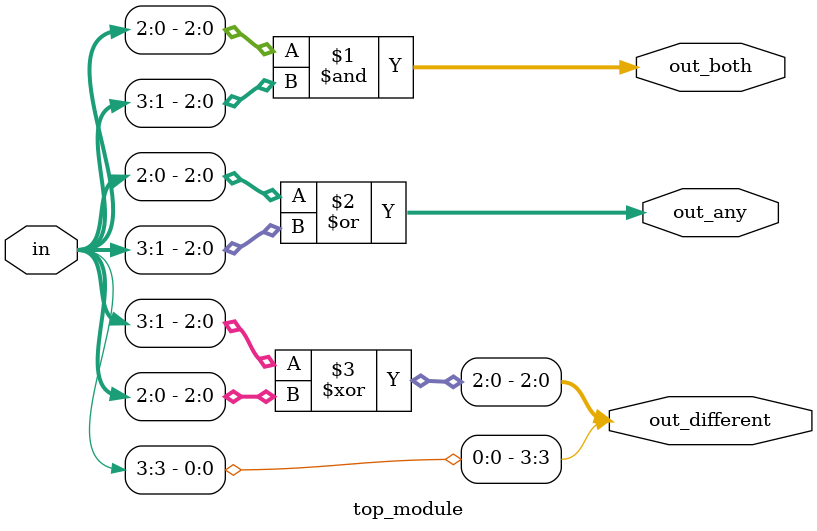
<source format=sv>
module top_module (
	input [3:0] in,
	output [2:0] out_both,
	output [3:1] out_any,
	output [3:0] out_different
);

	assign out_both = in[2:0] & in[3:1];
	assign out_any = in[2:0] | in[3:1];
	assign out_different = {in[3], in[3:1] ^ in[2:0]};

endmodule

</source>
